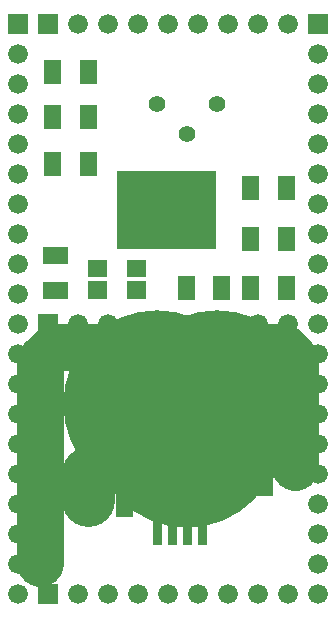
<source format=gbr>
G04 start of page 6 for group -4063 idx -4063 *
G04 Title: (unknown), componentmask *
G04 Creator: pcb 20140316 *
G04 CreationDate: Tue 24 Mar 2015 10:01:29 AM GMT UTC *
G04 For: fosse *
G04 Format: Gerber/RS-274X *
G04 PCB-Dimensions (mil): 2250.00 2150.00 *
G04 PCB-Coordinate-Origin: lower left *
%MOIN*%
%FSLAX25Y25*%
%LNTOPMASK*%
%ADD53R,0.2600X0.2600*%
%ADD52C,0.0750*%
%ADD51R,0.0300X0.0300*%
%ADD50C,0.1750*%
%ADD49C,0.1550*%
%ADD48C,0.0400*%
%ADD47C,0.0270*%
%ADD46C,0.0350*%
%ADD45R,0.0572X0.0572*%
%ADD44C,0.0560*%
%ADD43C,0.0001*%
%ADD42C,0.0660*%
%ADD41C,0.6250*%
G54D41*X57000Y79000D03*
X77000D03*
X67000Y69000D03*
G54D42*X30500Y105500D03*
X40500D03*
X50500D03*
X60500D03*
X70500D03*
X80500D03*
X90500D03*
X100500D03*
G54D43*G36*
X7200Y208800D02*Y202200D01*
X13800D01*
Y208800D01*
X7200D01*
G37*
G54D42*X10500Y195500D03*
Y185500D03*
Y175500D03*
Y165500D03*
Y155500D03*
Y145500D03*
Y135500D03*
Y125500D03*
G54D43*G36*
X17200Y208800D02*Y202200D01*
X23800D01*
Y208800D01*
X17200D01*
G37*
G54D42*X30500Y205500D03*
X40500D03*
G54D44*X57000Y179000D03*
X77000D03*
X67000Y169000D03*
G54D43*G36*
X107200Y208800D02*Y202200D01*
X113800D01*
Y208800D01*
X107200D01*
G37*
G54D42*X110500Y195500D03*
Y185500D03*
Y175500D03*
Y165500D03*
Y155500D03*
Y145500D03*
X50500Y205500D03*
X60500D03*
X70500D03*
X80500D03*
X90500D03*
X100500D03*
X110500Y135500D03*
Y125500D03*
Y115500D03*
Y105500D03*
Y95500D03*
Y85500D03*
Y75500D03*
Y65500D03*
Y55500D03*
Y45500D03*
Y35500D03*
Y25500D03*
Y15500D03*
X10500Y115500D03*
Y105500D03*
Y95500D03*
Y85500D03*
Y75500D03*
Y65500D03*
G54D43*G36*
X17200Y108800D02*Y102200D01*
X23800D01*
Y108800D01*
X17200D01*
G37*
G54D42*X10500Y55500D03*
Y45500D03*
Y35500D03*
Y25500D03*
Y15500D03*
G54D43*G36*
X17200Y18800D02*Y12200D01*
X23800D01*
Y18800D01*
X17200D01*
G37*
G54D42*X30500Y15500D03*
X40500D03*
X50500D03*
X60500D03*
X70500D03*
X80500D03*
X90500D03*
X100500D03*
G54D45*X80819Y62914D02*X83181D01*
X80819Y51104D02*X83181D01*
G54D46*X76000Y55500D02*X77500Y57000D01*
X76000Y55500D02*Y51500D01*
G54D47*X74000Y49500D02*X76000Y51500D01*
G54D45*X90319Y62905D02*X92681D01*
G54D46*X77500Y57000D02*X103000D01*
G54D48*X82000Y62914D02*X88129D01*
G54D45*X90319Y51095D02*X92681D01*
G54D49*X99000Y98000D02*X103000Y94000D01*
Y58000D01*
G54D48*X79914Y65000D02*X82000Y62914D01*
G54D50*X34000Y56000D02*Y47000D01*
G54D51*X57000Y40000D02*Y33500D01*
X62000Y60500D02*Y54000D01*
G54D48*Y57250D02*Y48500D01*
G54D51*X57000Y60500D02*Y54000D01*
G54D48*Y79000D02*X62000Y63500D01*
G54D51*X72000Y60500D02*Y54000D01*
X67000Y60500D02*Y54000D01*
G54D48*Y69000D02*Y57250D01*
X62000Y63500D02*Y59500D01*
X57000Y79000D02*X77000D01*
X67000Y65000D02*X79914D01*
G54D47*X65500Y49500D02*X74000D01*
G54D49*X22500Y98000D02*X99000D01*
X18000Y93500D02*X22500Y98000D01*
G54D45*X34095Y49505D02*Y43995D01*
X45905Y49505D02*Y43995D01*
G54D47*X62000Y53000D02*X65500Y49500D01*
G54D52*X34000Y56000D02*X57000Y79000D01*
G54D51*X62000Y40000D02*Y33500D01*
X67000Y40000D02*Y33500D01*
X72000Y40000D02*Y33500D01*
G54D49*X18000Y93500D02*Y26000D01*
G54D45*X21819Y128500D02*X24181D01*
X21819Y116690D02*X24181D01*
X36607Y124043D02*X37393D01*
X36607Y116957D02*X37393D01*
X22095Y175681D02*Y173319D01*
X33905Y175681D02*Y173319D01*
X22095Y160181D02*Y157819D01*
X33905Y160181D02*Y157819D01*
X22095Y190681D02*Y188319D01*
X33905Y190681D02*Y188319D01*
X66595Y118681D02*Y116319D01*
X49607Y124043D02*X50393D01*
X49607Y116957D02*X50393D01*
X88095Y118681D02*Y116319D01*
X99905Y118681D02*Y116319D01*
X78405Y118681D02*Y116319D01*
X88095Y135181D02*Y132819D01*
X99905Y135181D02*Y132819D01*
X88095Y152181D02*Y149819D01*
X99905Y152181D02*Y149819D01*
G54D53*X56500Y143500D02*X63500D01*
M02*

</source>
